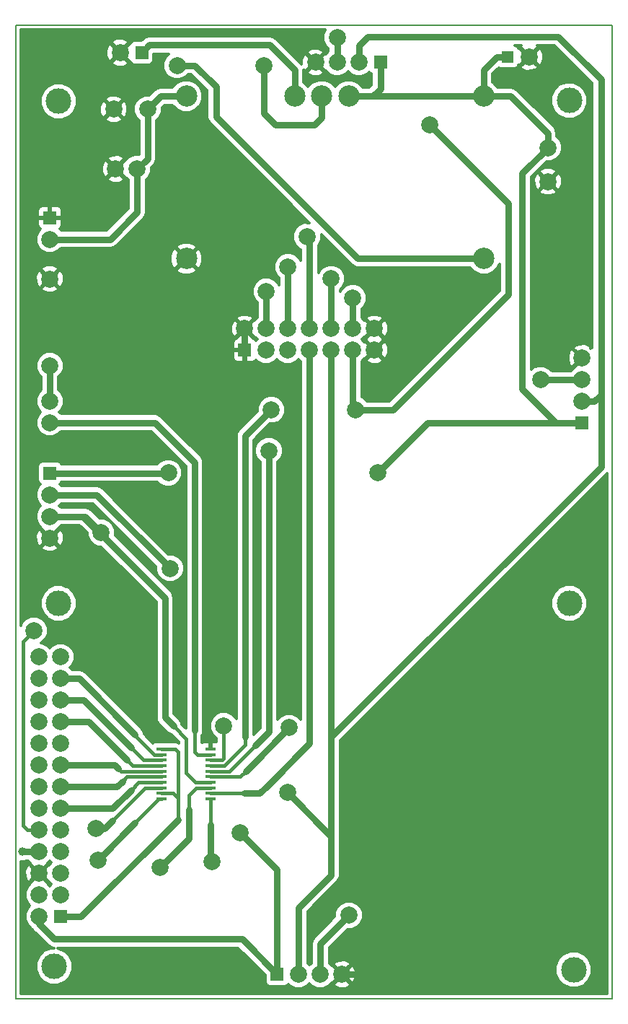
<source format=gbl>
G04 (created by PCBNEW (2013-mar-13)-testing) date Sun 29 Sep 2013 07:29:00 PM ART*
%MOIN*%
G04 Gerber Fmt 3.4, Leading zero omitted, Abs format*
%FSLAX34Y34*%
G01*
G70*
G90*
G04 APERTURE LIST*
%ADD10C,0.005906*%
%ADD11C,0.007874*%
%ADD12R,0.050000X0.015000*%
%ADD13C,0.078740*%
%ADD14C,0.098400*%
%ADD15R,0.060000X0.060000*%
%ADD16C,0.078700*%
%ADD17R,0.055000X0.055000*%
%ADD18C,0.118110*%
%ADD19C,0.039370*%
%ADD20C,0.030000*%
%ADD21C,0.015000*%
%ADD22C,0.012000*%
G04 APERTURE END LIST*
G54D10*
G54D11*
X62992Y-80905D02*
X62992Y-35925D01*
X90551Y-80905D02*
X62992Y-80905D01*
X90551Y-35925D02*
X90551Y-80905D01*
X62992Y-35925D02*
X90551Y-35925D01*
X62985Y-61864D02*
X62985Y-63045D01*
G54D12*
X69737Y-71676D03*
X69737Y-71420D03*
X69737Y-71164D03*
X69737Y-70908D03*
X69737Y-70652D03*
X69737Y-70398D03*
X69737Y-70142D03*
X69737Y-69886D03*
X69737Y-69630D03*
X69737Y-69374D03*
X71981Y-69374D03*
X71981Y-69630D03*
X71981Y-69886D03*
X71981Y-70142D03*
X71981Y-70398D03*
X71981Y-70652D03*
X71981Y-70908D03*
X71981Y-71164D03*
X71981Y-71420D03*
X71981Y-71676D03*
G54D13*
X64559Y-47659D03*
X64559Y-51659D03*
X70440Y-37795D03*
X74440Y-37795D03*
G54D14*
X70872Y-46716D03*
X84624Y-46716D03*
X84624Y-39216D03*
X70872Y-39216D03*
X75872Y-39216D03*
X77124Y-39216D03*
X78372Y-39216D03*
G54D15*
X73567Y-50947D03*
G54D13*
X73567Y-49947D03*
X74567Y-50947D03*
X74567Y-49947D03*
X75567Y-50947D03*
X75567Y-49947D03*
X76567Y-50947D03*
X76567Y-49947D03*
X77567Y-50947D03*
X77567Y-49947D03*
X78567Y-50947D03*
X78567Y-49947D03*
X79567Y-50947D03*
X79567Y-49947D03*
G54D15*
X64559Y-56624D03*
G54D13*
X64559Y-57624D03*
X64559Y-58624D03*
X64559Y-59624D03*
G54D15*
X89166Y-54309D03*
G54D13*
X89166Y-53309D03*
X89166Y-52309D03*
X89166Y-51309D03*
G54D15*
X75067Y-79777D03*
G54D13*
X76067Y-79777D03*
X77067Y-79777D03*
X78067Y-79777D03*
G54D15*
X79839Y-37651D03*
G54D13*
X78839Y-37651D03*
X77839Y-37651D03*
X76839Y-37651D03*
G54D15*
X64559Y-44829D03*
G54D13*
X64559Y-45829D03*
G54D15*
X68807Y-37204D03*
G54D13*
X67807Y-37204D03*
G54D15*
X65059Y-77116D03*
G54D13*
X64059Y-77116D03*
X65059Y-76116D03*
X64059Y-76116D03*
X65059Y-75116D03*
X64059Y-75116D03*
X65059Y-74116D03*
X64059Y-74116D03*
X65059Y-73116D03*
X64059Y-73116D03*
X65059Y-72116D03*
X64059Y-72116D03*
X65059Y-71116D03*
X64059Y-71116D03*
X65059Y-70116D03*
X64059Y-70116D03*
X65059Y-69116D03*
X64059Y-69116D03*
X65059Y-68116D03*
X64059Y-68116D03*
X65059Y-67116D03*
X64059Y-67116D03*
X65059Y-66116D03*
X64059Y-66116D03*
X65059Y-65116D03*
X64059Y-65116D03*
G54D16*
X67513Y-39817D03*
X69087Y-39817D03*
X87591Y-43163D03*
X87591Y-41589D03*
G54D13*
X64559Y-54293D03*
X64559Y-53293D03*
G54D17*
X85720Y-37401D03*
G54D13*
X86720Y-37401D03*
X68603Y-42573D03*
X67603Y-42573D03*
G54D18*
X88779Y-79566D03*
X64763Y-79409D03*
X88582Y-62637D03*
X64960Y-62637D03*
X64960Y-39448D03*
X88582Y-39409D03*
G54D13*
X79724Y-56614D03*
X70039Y-56614D03*
X73346Y-73228D03*
X76456Y-45708D03*
X66929Y-59370D03*
X77567Y-47646D03*
X87257Y-52309D03*
X75629Y-68385D03*
X78567Y-48528D03*
X74685Y-55590D03*
X78385Y-77047D03*
X77839Y-36500D03*
X82125Y-40551D03*
X78700Y-53700D03*
X74803Y-53700D03*
X70118Y-61023D03*
X72598Y-68307D03*
X75551Y-71377D03*
X74566Y-48228D03*
X72047Y-74566D03*
X63818Y-63897D03*
X66692Y-73031D03*
X75567Y-47103D03*
X69645Y-74842D03*
G54D19*
X63289Y-74116D03*
G54D13*
X66771Y-74488D03*
G54D19*
X81220Y-77834D03*
G54D20*
X82029Y-54309D02*
X89166Y-54309D01*
X79724Y-56614D02*
X82029Y-54309D01*
X70039Y-56614D02*
X70029Y-56624D01*
X73346Y-73228D02*
X73818Y-73700D01*
X75067Y-79777D02*
X75067Y-74949D01*
X75067Y-74949D02*
X73818Y-73700D01*
X73818Y-73700D02*
X73346Y-73228D01*
X64559Y-56624D02*
X70029Y-56624D01*
X70029Y-56624D02*
X70039Y-56614D01*
X86397Y-52736D02*
X86397Y-42783D01*
X86397Y-42783D02*
X87591Y-41589D01*
X89166Y-54309D02*
X87970Y-54309D01*
X87970Y-54309D02*
X86397Y-52736D01*
X84624Y-39216D02*
X85870Y-39216D01*
X87591Y-40937D02*
X87591Y-41589D01*
X85870Y-39216D02*
X87591Y-40937D01*
X85720Y-37401D02*
X85236Y-37401D01*
X84624Y-38012D02*
X84624Y-39216D01*
X85236Y-37401D02*
X84624Y-38012D01*
X84624Y-39216D02*
X78372Y-39216D01*
X79839Y-37651D02*
X79839Y-38861D01*
X79483Y-39216D02*
X78372Y-39216D01*
X79839Y-38861D02*
X79483Y-39216D01*
X64059Y-77116D02*
X64059Y-77445D01*
X73439Y-78149D02*
X75067Y-79777D01*
X64763Y-78149D02*
X73439Y-78149D01*
X64059Y-77445D02*
X64763Y-78149D01*
X69087Y-39817D02*
X69087Y-42089D01*
X69087Y-42089D02*
X68603Y-42573D01*
X70872Y-39216D02*
X69687Y-39216D01*
X69687Y-39216D02*
X69087Y-39817D01*
X64559Y-45829D02*
X67359Y-45829D01*
X67359Y-45829D02*
X68603Y-44585D01*
X68603Y-44585D02*
X68603Y-42573D01*
G54D21*
X69737Y-71420D02*
X70239Y-71420D01*
X70239Y-71420D02*
X70472Y-71653D01*
X69737Y-69374D02*
X70359Y-69374D01*
G54D20*
X65993Y-77116D02*
X70472Y-72637D01*
X65993Y-77116D02*
X65059Y-77116D01*
G54D21*
X70472Y-69488D02*
X70472Y-71653D01*
X70472Y-71653D02*
X70472Y-72637D01*
X70359Y-69374D02*
X70472Y-69488D01*
G54D20*
X76456Y-45708D02*
X76567Y-45819D01*
X76567Y-45819D02*
X76567Y-49947D01*
G54D21*
X71981Y-70908D02*
X71302Y-70908D01*
G54D20*
X66104Y-58624D02*
X67716Y-60236D01*
G54D21*
X71302Y-70908D02*
X70866Y-70472D01*
X70866Y-70472D02*
X70866Y-68897D01*
X70866Y-68897D02*
X70275Y-68307D01*
G54D20*
X69881Y-62401D02*
X67716Y-60236D01*
X69881Y-67913D02*
X70275Y-68307D01*
X69881Y-62401D02*
X69881Y-67913D01*
X66929Y-59370D02*
X66183Y-58624D01*
X66183Y-58624D02*
X64559Y-58624D01*
X66183Y-58624D02*
X64559Y-58624D01*
X64559Y-58624D02*
X66104Y-58624D01*
X66104Y-58624D02*
X66889Y-59409D01*
G54D21*
X69737Y-70908D02*
X68657Y-70908D01*
G54D20*
X67450Y-72116D02*
X68307Y-71259D01*
X67450Y-72116D02*
X65059Y-72116D01*
G54D21*
X68657Y-70908D02*
X68307Y-71259D01*
G54D20*
X77567Y-48346D02*
X77567Y-47646D01*
X89166Y-52309D02*
X87257Y-52309D01*
X73641Y-70374D02*
X73622Y-70393D01*
X75629Y-68385D02*
X73641Y-70374D01*
G54D21*
X71981Y-70652D02*
X73362Y-70652D01*
X73362Y-70652D02*
X73622Y-70393D01*
G54D20*
X77559Y-47637D02*
X77567Y-47646D01*
X77567Y-48346D02*
X77567Y-49947D01*
X87204Y-52362D02*
X87257Y-52309D01*
G54D21*
X69737Y-70652D02*
X68126Y-70652D01*
G54D20*
X67662Y-71116D02*
X67913Y-70866D01*
X67662Y-71116D02*
X65059Y-71116D01*
G54D21*
X68126Y-70652D02*
X67913Y-70866D01*
G54D20*
X78567Y-49133D02*
X78567Y-48528D01*
X74685Y-56259D02*
X74685Y-55590D01*
X77067Y-79777D02*
X77067Y-78365D01*
X77067Y-78365D02*
X78385Y-77047D01*
X74055Y-69212D02*
X74685Y-68582D01*
X78567Y-49133D02*
X78567Y-49947D01*
X78543Y-48503D02*
X78567Y-48528D01*
X74685Y-68582D02*
X74685Y-56259D01*
G54D21*
X71981Y-70398D02*
X72868Y-70398D01*
X72868Y-70398D02*
X74055Y-69212D01*
G54D20*
X77839Y-37651D02*
X77839Y-36500D01*
X85748Y-44173D02*
X82125Y-40551D01*
X85748Y-48385D02*
X85748Y-44173D01*
X80433Y-53700D02*
X85748Y-48385D01*
X78700Y-53700D02*
X80433Y-53700D01*
X77795Y-36456D02*
X77839Y-36500D01*
X73582Y-68818D02*
X73582Y-54921D01*
X78567Y-53567D02*
X78567Y-50947D01*
X78700Y-53700D02*
X78567Y-53567D01*
X73582Y-54921D02*
X74803Y-53700D01*
G54D21*
X71981Y-70142D02*
X72612Y-70142D01*
X73582Y-69173D02*
X73582Y-68818D01*
X73582Y-68818D02*
X73582Y-67598D01*
X72612Y-70142D02*
X73582Y-69173D01*
X69737Y-69630D02*
X69394Y-69630D01*
X68503Y-68740D02*
X68503Y-68700D01*
X69394Y-69630D02*
X68503Y-68740D01*
G54D20*
X65919Y-66116D02*
X68503Y-68700D01*
X65919Y-66116D02*
X65059Y-66116D01*
G54D21*
X69737Y-69886D02*
X68902Y-69886D01*
G54D20*
X66132Y-67116D02*
X65059Y-67116D01*
X66132Y-67116D02*
X68110Y-69094D01*
X68307Y-69291D02*
X68110Y-69094D01*
G54D21*
X68902Y-69886D02*
X68307Y-69291D01*
X69737Y-70398D02*
X67839Y-70398D01*
G54D20*
X67557Y-70116D02*
X67716Y-70275D01*
X67557Y-70116D02*
X65059Y-70116D01*
G54D21*
X67839Y-70398D02*
X67716Y-70275D01*
G54D20*
X69744Y-60649D02*
X70118Y-61023D01*
X77567Y-74566D02*
X77567Y-73394D01*
X77567Y-73394D02*
X75551Y-71377D01*
X75551Y-71377D02*
X77567Y-73394D01*
X77567Y-67795D02*
X77567Y-68810D01*
X77567Y-68810D02*
X77637Y-68740D01*
X77637Y-68582D02*
X77567Y-68582D01*
X77637Y-68740D02*
X77637Y-68582D01*
X90039Y-52795D02*
X90039Y-56338D01*
X90039Y-56338D02*
X77567Y-68810D01*
X77567Y-68810D02*
X77567Y-68582D01*
X78839Y-37651D02*
X78839Y-36869D01*
X89722Y-53309D02*
X89166Y-53309D01*
X90039Y-52992D02*
X89722Y-53309D01*
X90039Y-38425D02*
X90039Y-52795D01*
X90039Y-52795D02*
X90039Y-52992D01*
X88070Y-36456D02*
X90039Y-38425D01*
X79251Y-36456D02*
X88070Y-36456D01*
X78839Y-36869D02*
X79251Y-36456D01*
G54D21*
X71981Y-69886D02*
X72514Y-69886D01*
X72598Y-69803D02*
X72598Y-68307D01*
X72514Y-69886D02*
X72598Y-69803D01*
G54D20*
X64559Y-57624D02*
X66718Y-57624D01*
X66718Y-57624D02*
X69744Y-60649D01*
X77567Y-50947D02*
X77567Y-67795D01*
X77567Y-67795D02*
X77567Y-68110D01*
X77567Y-68110D02*
X77567Y-71377D01*
X77567Y-71377D02*
X77567Y-73591D01*
X77567Y-73591D02*
X77567Y-73818D01*
X77567Y-73818D02*
X77567Y-74566D01*
X77567Y-74566D02*
X77567Y-75188D01*
X77567Y-75188D02*
X76067Y-76688D01*
X76067Y-76688D02*
X76067Y-79777D01*
G54D21*
X69737Y-70142D02*
X68371Y-70142D01*
G54D20*
X66344Y-68116D02*
X68110Y-69881D01*
X66344Y-68116D02*
X65059Y-68116D01*
G54D21*
X68371Y-70142D02*
X68110Y-69881D01*
G54D20*
X74566Y-48228D02*
X74567Y-48229D01*
X71981Y-72913D02*
X71981Y-74500D01*
X71981Y-74500D02*
X72047Y-74566D01*
X72047Y-74566D02*
X71981Y-74500D01*
X71981Y-72874D02*
X71981Y-72913D01*
X71981Y-72913D02*
X71981Y-73346D01*
X71981Y-73346D02*
X71981Y-74500D01*
X71981Y-74500D02*
X72047Y-74566D01*
G54D21*
X71981Y-71676D02*
X71981Y-72874D01*
X71981Y-74500D02*
X72047Y-74566D01*
G54D20*
X72047Y-74606D02*
X72047Y-74527D01*
X72047Y-74566D02*
X72007Y-74566D01*
X72007Y-74566D02*
X72047Y-74606D01*
X74567Y-49947D02*
X74567Y-48229D01*
X74567Y-48229D02*
X74566Y-48228D01*
G54D21*
X63307Y-72913D02*
X63307Y-64409D01*
X63307Y-72913D02*
X63510Y-73116D01*
X63510Y-73116D02*
X64059Y-73116D01*
G54D20*
X67086Y-73031D02*
X66692Y-73031D01*
G54D21*
X63307Y-64409D02*
X63818Y-63897D01*
G54D20*
X67086Y-73031D02*
X67440Y-72677D01*
G54D21*
X67086Y-73031D02*
X67440Y-72677D01*
X67440Y-72677D02*
X68953Y-71164D01*
X68953Y-71164D02*
X69737Y-71164D01*
G54D20*
X75567Y-47834D02*
X75567Y-47103D01*
X70984Y-73503D02*
X69645Y-74842D01*
X70984Y-72165D02*
X70984Y-73503D01*
G54D21*
X71981Y-71164D02*
X71315Y-71164D01*
X70984Y-73503D02*
X69645Y-74842D01*
X70984Y-71496D02*
X70984Y-72165D01*
X71315Y-71164D02*
X70984Y-71496D01*
G54D20*
X75567Y-49947D02*
X75567Y-47834D01*
X75567Y-47103D02*
X75551Y-47086D01*
X64059Y-74116D02*
X63289Y-74116D01*
G54D21*
X69737Y-71676D02*
X69582Y-71676D01*
G54D20*
X66771Y-74488D02*
X68503Y-72755D01*
G54D21*
X63289Y-74116D02*
X63267Y-74094D01*
X69582Y-71676D02*
X68503Y-72755D01*
X71981Y-71420D02*
X73586Y-71420D01*
X73586Y-71420D02*
X73582Y-71417D01*
G54D20*
X74606Y-71062D02*
X74251Y-71417D01*
X76567Y-50947D02*
X76567Y-69101D01*
X76567Y-69101D02*
X74606Y-71062D01*
X74251Y-71417D02*
X73582Y-71417D01*
X73582Y-71417D02*
X73543Y-71417D01*
X78067Y-79777D02*
X79277Y-79777D01*
X79277Y-79777D02*
X81220Y-77834D01*
X73567Y-49947D02*
X73567Y-50947D01*
X74440Y-37795D02*
X74440Y-39992D01*
X74440Y-39992D02*
X74803Y-40354D01*
X76771Y-40551D02*
X75000Y-40551D01*
X75000Y-40551D02*
X74803Y-40354D01*
X77124Y-39216D02*
X77124Y-40198D01*
X77124Y-40198D02*
X76771Y-40551D01*
X70440Y-37795D02*
X71259Y-37795D01*
X72244Y-38779D02*
X72244Y-39370D01*
X71259Y-37795D02*
X72244Y-38779D01*
X78803Y-46716D02*
X84624Y-46716D01*
X72244Y-40157D02*
X78803Y-46716D01*
X72244Y-39370D02*
X72244Y-40157D01*
X75872Y-39216D02*
X75872Y-37998D01*
X69161Y-36850D02*
X68807Y-37204D01*
X74724Y-36850D02*
X69161Y-36850D01*
X75872Y-37998D02*
X74724Y-36850D01*
X64559Y-51659D02*
X64559Y-53293D01*
X64559Y-54293D02*
X69411Y-54293D01*
X71259Y-56141D02*
X71259Y-68503D01*
X69411Y-54293D02*
X71259Y-56141D01*
G54D21*
X71402Y-69630D02*
X71259Y-69488D01*
X71259Y-69488D02*
X71259Y-68503D01*
X71981Y-69630D02*
X71402Y-69630D01*
G54D10*
G36*
X79429Y-38691D02*
X79314Y-38806D01*
X79314Y-38806D01*
X79017Y-38806D01*
X79010Y-38791D01*
X78799Y-38579D01*
X78523Y-38465D01*
X78223Y-38464D01*
X77947Y-38579D01*
X77748Y-38777D01*
X77551Y-38579D01*
X77275Y-38465D01*
X77235Y-38465D01*
X77235Y-38104D01*
X76839Y-37708D01*
X76443Y-38104D01*
X76480Y-38213D01*
X76722Y-38308D01*
X76982Y-38302D01*
X77198Y-38213D01*
X77235Y-38104D01*
X77235Y-38465D01*
X76975Y-38464D01*
X76699Y-38579D01*
X76498Y-38779D01*
X76299Y-38579D01*
X76282Y-38572D01*
X76282Y-38012D01*
X76386Y-38048D01*
X76782Y-37651D01*
X76386Y-37255D01*
X76277Y-37293D01*
X76183Y-37535D01*
X76187Y-37745D01*
X76162Y-37708D01*
X75014Y-36560D01*
X74881Y-36471D01*
X74724Y-36440D01*
X69161Y-36440D01*
X69004Y-36471D01*
X68871Y-36560D01*
X68787Y-36644D01*
X68455Y-36644D01*
X68359Y-36684D01*
X68286Y-36757D01*
X68264Y-36810D01*
X68259Y-36808D01*
X68203Y-36865D01*
X68203Y-36752D01*
X68165Y-36642D01*
X67923Y-36548D01*
X67663Y-36553D01*
X67448Y-36642D01*
X67410Y-36752D01*
X67807Y-37148D01*
X68203Y-36752D01*
X68203Y-36865D01*
X67863Y-37204D01*
X68259Y-37600D01*
X68264Y-37599D01*
X68286Y-37652D01*
X68359Y-37725D01*
X68455Y-37764D01*
X68558Y-37764D01*
X69158Y-37764D01*
X69254Y-37725D01*
X69327Y-37652D01*
X69367Y-37556D01*
X69367Y-37453D01*
X69367Y-37260D01*
X70051Y-37260D01*
X69887Y-37424D01*
X69787Y-37664D01*
X69787Y-37924D01*
X69886Y-38165D01*
X70070Y-38349D01*
X70310Y-38448D01*
X70570Y-38449D01*
X70810Y-38349D01*
X70955Y-38205D01*
X71090Y-38205D01*
X71834Y-38949D01*
X71834Y-39370D01*
X71834Y-40157D01*
X71865Y-40314D01*
X71954Y-40447D01*
X76561Y-45055D01*
X76327Y-45054D01*
X76086Y-45154D01*
X75902Y-45337D01*
X75803Y-45578D01*
X75802Y-45838D01*
X75902Y-46078D01*
X76085Y-46262D01*
X76157Y-46292D01*
X76157Y-46819D01*
X76122Y-46733D01*
X75938Y-46549D01*
X75698Y-46449D01*
X75438Y-46449D01*
X75197Y-46548D01*
X75013Y-46732D01*
X74914Y-46972D01*
X74913Y-47232D01*
X75013Y-47472D01*
X75157Y-47617D01*
X75157Y-47834D01*
X75157Y-47946D01*
X75121Y-47858D01*
X74937Y-47674D01*
X74697Y-47574D01*
X74437Y-47574D01*
X74197Y-47673D01*
X74013Y-47857D01*
X73913Y-48097D01*
X73913Y-48357D01*
X74012Y-48598D01*
X74157Y-48743D01*
X74157Y-49432D01*
X74034Y-49555D01*
X74020Y-49551D01*
X73963Y-49607D01*
X73963Y-49494D01*
X73926Y-49385D01*
X73684Y-49290D01*
X73424Y-49296D01*
X73209Y-49385D01*
X73171Y-49494D01*
X73567Y-49890D01*
X73963Y-49494D01*
X73963Y-49607D01*
X73624Y-49947D01*
X74020Y-50343D01*
X74034Y-50338D01*
X74143Y-50447D01*
X74088Y-50501D01*
X74088Y-50499D01*
X74014Y-50426D01*
X73962Y-50404D01*
X73963Y-50399D01*
X73567Y-50003D01*
X73511Y-50060D01*
X73511Y-49947D01*
X73115Y-49551D01*
X73005Y-49588D01*
X72911Y-49830D01*
X72916Y-50090D01*
X73005Y-50305D01*
X73115Y-50343D01*
X73511Y-49947D01*
X73511Y-50060D01*
X73171Y-50399D01*
X73173Y-50404D01*
X73120Y-50426D01*
X73047Y-50499D01*
X73007Y-50595D01*
X73007Y-50698D01*
X73007Y-50842D01*
X73072Y-50907D01*
X73527Y-50907D01*
X73527Y-50899D01*
X73607Y-50899D01*
X73607Y-50907D01*
X73615Y-50907D01*
X73615Y-50987D01*
X73607Y-50987D01*
X73607Y-51442D01*
X73672Y-51507D01*
X73919Y-51507D01*
X74014Y-51467D01*
X74088Y-51394D01*
X74088Y-51392D01*
X74196Y-51501D01*
X74437Y-51600D01*
X74697Y-51601D01*
X74937Y-51501D01*
X75067Y-51371D01*
X75196Y-51501D01*
X75437Y-51600D01*
X75697Y-51601D01*
X75937Y-51501D01*
X76067Y-51371D01*
X76157Y-51461D01*
X76157Y-67989D01*
X76000Y-67831D01*
X75760Y-67732D01*
X75500Y-67732D01*
X75260Y-67831D01*
X75095Y-67996D01*
X75095Y-56259D01*
X75095Y-56104D01*
X75238Y-55961D01*
X75338Y-55721D01*
X75338Y-55461D01*
X75239Y-55220D01*
X75055Y-55036D01*
X74815Y-54936D01*
X74555Y-54936D01*
X74315Y-55036D01*
X74131Y-55219D01*
X74031Y-55459D01*
X74031Y-55720D01*
X74130Y-55960D01*
X74275Y-56105D01*
X74275Y-56259D01*
X74275Y-68412D01*
X73992Y-68695D01*
X73992Y-55091D01*
X74729Y-54354D01*
X74932Y-54354D01*
X75172Y-54255D01*
X75357Y-54071D01*
X75456Y-53831D01*
X75456Y-53571D01*
X75357Y-53330D01*
X75173Y-53146D01*
X74933Y-53047D01*
X74673Y-53046D01*
X74433Y-53146D01*
X74249Y-53330D01*
X74149Y-53570D01*
X74149Y-53774D01*
X73527Y-54396D01*
X73527Y-51442D01*
X73527Y-50987D01*
X73072Y-50987D01*
X73007Y-51052D01*
X73007Y-51195D01*
X73007Y-51298D01*
X73047Y-51394D01*
X73120Y-51467D01*
X73215Y-51507D01*
X73462Y-51507D01*
X73527Y-51442D01*
X73527Y-54396D01*
X73292Y-54631D01*
X73203Y-54764D01*
X73172Y-54921D01*
X73172Y-67985D01*
X73152Y-67937D01*
X72969Y-67753D01*
X72729Y-67653D01*
X72468Y-67653D01*
X72228Y-67752D01*
X72044Y-67936D01*
X71944Y-68176D01*
X71944Y-68436D01*
X72043Y-68676D01*
X72227Y-68860D01*
X72263Y-68875D01*
X72263Y-69039D01*
X72179Y-69039D01*
X72086Y-69039D01*
X72021Y-69104D01*
X72021Y-69295D01*
X71981Y-69295D01*
X71941Y-69295D01*
X71941Y-69104D01*
X71876Y-69039D01*
X71782Y-69039D01*
X71679Y-69039D01*
X71594Y-69074D01*
X71594Y-68726D01*
X71638Y-68660D01*
X71669Y-68503D01*
X71669Y-56141D01*
X71638Y-55984D01*
X71638Y-55984D01*
X71626Y-55966D01*
X71626Y-46856D01*
X71624Y-46722D01*
X71624Y-39068D01*
X71510Y-38791D01*
X71299Y-38579D01*
X71023Y-38465D01*
X70723Y-38464D01*
X70447Y-38579D01*
X70235Y-38790D01*
X70228Y-38806D01*
X69687Y-38806D01*
X69530Y-38838D01*
X69397Y-38927D01*
X69160Y-39163D01*
X68957Y-39163D01*
X68717Y-39262D01*
X68533Y-39446D01*
X68433Y-39686D01*
X68433Y-39946D01*
X68532Y-40187D01*
X68677Y-40331D01*
X68677Y-41919D01*
X68676Y-41919D01*
X68473Y-41919D01*
X68233Y-42018D01*
X68203Y-42048D01*
X68203Y-37657D01*
X67807Y-37261D01*
X67750Y-37317D01*
X67750Y-37204D01*
X67354Y-36808D01*
X67245Y-36846D01*
X67150Y-37088D01*
X67156Y-37348D01*
X67245Y-37563D01*
X67354Y-37600D01*
X67750Y-37204D01*
X67750Y-37317D01*
X67410Y-37657D01*
X67448Y-37766D01*
X67690Y-37860D01*
X67950Y-37855D01*
X68165Y-37766D01*
X68203Y-37657D01*
X68203Y-42048D01*
X68169Y-42082D01*
X68169Y-39933D01*
X68163Y-39673D01*
X68074Y-39458D01*
X67965Y-39421D01*
X67908Y-39477D01*
X67908Y-39364D01*
X67871Y-39255D01*
X67629Y-39161D01*
X67369Y-39166D01*
X67154Y-39255D01*
X67117Y-39364D01*
X67513Y-39760D01*
X67908Y-39364D01*
X67908Y-39477D01*
X67569Y-39817D01*
X67965Y-40213D01*
X68074Y-40175D01*
X68169Y-39933D01*
X68169Y-42082D01*
X68069Y-42181D01*
X68055Y-42177D01*
X67999Y-42233D01*
X67999Y-42120D01*
X67961Y-42011D01*
X67908Y-41990D01*
X67908Y-40269D01*
X67513Y-39873D01*
X67456Y-39930D01*
X67456Y-39817D01*
X67060Y-39421D01*
X66951Y-39458D01*
X66856Y-39700D01*
X66862Y-39960D01*
X66951Y-40175D01*
X67060Y-40213D01*
X67456Y-39817D01*
X67456Y-39930D01*
X67117Y-40269D01*
X67154Y-40378D01*
X67396Y-40473D01*
X67656Y-40467D01*
X67871Y-40378D01*
X67908Y-40269D01*
X67908Y-41990D01*
X67719Y-41916D01*
X67459Y-41922D01*
X67244Y-42011D01*
X67207Y-42120D01*
X67603Y-42516D01*
X67999Y-42120D01*
X67999Y-42233D01*
X67659Y-42573D01*
X68055Y-42969D01*
X68070Y-42964D01*
X68193Y-43087D01*
X68193Y-44415D01*
X67999Y-44609D01*
X67999Y-43025D01*
X67603Y-42629D01*
X67546Y-42686D01*
X67546Y-42573D01*
X67150Y-42177D01*
X67041Y-42214D01*
X66946Y-42456D01*
X66952Y-42716D01*
X67041Y-42931D01*
X67150Y-42969D01*
X67546Y-42573D01*
X67546Y-42686D01*
X67207Y-43025D01*
X67244Y-43134D01*
X67486Y-43229D01*
X67746Y-43224D01*
X67961Y-43134D01*
X67999Y-43025D01*
X67999Y-44609D01*
X67190Y-45419D01*
X65811Y-45419D01*
X65811Y-39280D01*
X65682Y-38967D01*
X65443Y-38728D01*
X65130Y-38598D01*
X64792Y-38598D01*
X64479Y-38727D01*
X64239Y-38966D01*
X64110Y-39278D01*
X64109Y-39617D01*
X64239Y-39929D01*
X64478Y-40169D01*
X64790Y-40299D01*
X65129Y-40299D01*
X65441Y-40170D01*
X65681Y-39931D01*
X65811Y-39618D01*
X65811Y-39280D01*
X65811Y-45419D01*
X65074Y-45419D01*
X65005Y-45350D01*
X65007Y-45349D01*
X65080Y-45276D01*
X65119Y-45180D01*
X65119Y-44934D01*
X65119Y-44724D01*
X65119Y-44477D01*
X65080Y-44381D01*
X65007Y-44308D01*
X64911Y-44269D01*
X64808Y-44269D01*
X64664Y-44269D01*
X64599Y-44334D01*
X64599Y-44789D01*
X65054Y-44789D01*
X65119Y-44724D01*
X65119Y-44934D01*
X65054Y-44869D01*
X64599Y-44869D01*
X64599Y-44877D01*
X64519Y-44877D01*
X64519Y-44869D01*
X64519Y-44789D01*
X64519Y-44334D01*
X64454Y-44269D01*
X64311Y-44269D01*
X64208Y-44269D01*
X64112Y-44308D01*
X64039Y-44381D01*
X63999Y-44477D01*
X63999Y-44724D01*
X64064Y-44789D01*
X64519Y-44789D01*
X64519Y-44869D01*
X64064Y-44869D01*
X63999Y-44934D01*
X63999Y-45180D01*
X64039Y-45276D01*
X64112Y-45349D01*
X64114Y-45350D01*
X64005Y-45458D01*
X63906Y-45698D01*
X63906Y-45958D01*
X64005Y-46198D01*
X64189Y-46382D01*
X64429Y-46482D01*
X64689Y-46482D01*
X64929Y-46383D01*
X65074Y-46239D01*
X67359Y-46239D01*
X67516Y-46207D01*
X67516Y-46207D01*
X67649Y-46119D01*
X68893Y-44875D01*
X68981Y-44742D01*
X68981Y-44742D01*
X69013Y-44585D01*
X69013Y-43087D01*
X69157Y-42944D01*
X69256Y-42703D01*
X69256Y-42499D01*
X69376Y-42379D01*
X69465Y-42246D01*
X69465Y-42246D01*
X69497Y-42089D01*
X69497Y-40331D01*
X69640Y-40187D01*
X69740Y-39947D01*
X69740Y-39743D01*
X69857Y-39626D01*
X70228Y-39626D01*
X70234Y-39642D01*
X70446Y-39854D01*
X70722Y-39968D01*
X71021Y-39969D01*
X71298Y-39854D01*
X71509Y-39643D01*
X71624Y-39367D01*
X71624Y-39068D01*
X71624Y-46722D01*
X71622Y-46557D01*
X71515Y-46299D01*
X71396Y-46249D01*
X71339Y-46306D01*
X71339Y-46193D01*
X71290Y-46073D01*
X71012Y-45963D01*
X70713Y-45966D01*
X70455Y-46073D01*
X70405Y-46193D01*
X70872Y-46660D01*
X71339Y-46193D01*
X71339Y-46306D01*
X70929Y-46716D01*
X71396Y-47184D01*
X71515Y-47134D01*
X71626Y-46856D01*
X71626Y-55966D01*
X71549Y-55851D01*
X71339Y-55641D01*
X71339Y-47240D01*
X70872Y-46773D01*
X70816Y-46830D01*
X70816Y-46716D01*
X70349Y-46249D01*
X70229Y-46299D01*
X70118Y-46577D01*
X70122Y-46876D01*
X70229Y-47134D01*
X70349Y-47184D01*
X70816Y-46716D01*
X70816Y-46830D01*
X70405Y-47240D01*
X70455Y-47359D01*
X70732Y-47470D01*
X71032Y-47466D01*
X71290Y-47359D01*
X71339Y-47240D01*
X71339Y-55641D01*
X69701Y-54003D01*
X69568Y-53914D01*
X69411Y-53883D01*
X65216Y-53883D01*
X65216Y-47776D01*
X65210Y-47516D01*
X65121Y-47301D01*
X65012Y-47263D01*
X64955Y-47320D01*
X64955Y-47207D01*
X64918Y-47098D01*
X64676Y-47003D01*
X64416Y-47008D01*
X64201Y-47098D01*
X64163Y-47207D01*
X64559Y-47603D01*
X64955Y-47207D01*
X64955Y-47320D01*
X64616Y-47659D01*
X65012Y-48055D01*
X65121Y-48018D01*
X65216Y-47776D01*
X65216Y-53883D01*
X65074Y-53883D01*
X64984Y-53793D01*
X65113Y-53664D01*
X65213Y-53424D01*
X65213Y-53164D01*
X65114Y-52923D01*
X64969Y-52779D01*
X64969Y-52174D01*
X65113Y-52030D01*
X65213Y-51790D01*
X65213Y-51530D01*
X65114Y-51290D01*
X64955Y-51131D01*
X64955Y-48112D01*
X64559Y-47716D01*
X64503Y-47772D01*
X64503Y-47659D01*
X64107Y-47263D01*
X63998Y-47301D01*
X63903Y-47543D01*
X63908Y-47803D01*
X63998Y-48018D01*
X64107Y-48055D01*
X64503Y-47659D01*
X64503Y-47772D01*
X64163Y-48112D01*
X64201Y-48221D01*
X64443Y-48316D01*
X64703Y-48310D01*
X64918Y-48221D01*
X64955Y-48112D01*
X64955Y-51131D01*
X64930Y-51105D01*
X64690Y-51006D01*
X64430Y-51006D01*
X64190Y-51105D01*
X64005Y-51289D01*
X63906Y-51529D01*
X63906Y-51789D01*
X64005Y-52029D01*
X64149Y-52174D01*
X64149Y-52779D01*
X64005Y-52922D01*
X63906Y-53163D01*
X63906Y-53423D01*
X64005Y-53663D01*
X64135Y-53793D01*
X64005Y-53922D01*
X63906Y-54163D01*
X63906Y-54423D01*
X64005Y-54663D01*
X64189Y-54847D01*
X64429Y-54947D01*
X64689Y-54947D01*
X64929Y-54848D01*
X65074Y-54703D01*
X69241Y-54703D01*
X70849Y-56311D01*
X70849Y-68407D01*
X70669Y-68227D01*
X70654Y-68150D01*
X70565Y-68017D01*
X70291Y-67743D01*
X70291Y-62401D01*
X70260Y-62244D01*
X70260Y-62244D01*
X70171Y-62111D01*
X68006Y-59946D01*
X67576Y-59516D01*
X67582Y-59500D01*
X67582Y-59240D01*
X67483Y-59000D01*
X67299Y-58816D01*
X67059Y-58716D01*
X66855Y-58716D01*
X66473Y-58334D01*
X66340Y-58245D01*
X66183Y-58214D01*
X66104Y-58214D01*
X65074Y-58214D01*
X64984Y-58124D01*
X65074Y-58034D01*
X66549Y-58034D01*
X69454Y-60939D01*
X69464Y-60949D01*
X69464Y-61153D01*
X69563Y-61393D01*
X69747Y-61577D01*
X69987Y-61677D01*
X70247Y-61677D01*
X70487Y-61578D01*
X70671Y-61394D01*
X70771Y-61154D01*
X70771Y-60894D01*
X70672Y-60653D01*
X70488Y-60469D01*
X70248Y-60370D01*
X70044Y-60369D01*
X70034Y-60359D01*
X67008Y-57334D01*
X66875Y-57245D01*
X66718Y-57214D01*
X65074Y-57214D01*
X65005Y-57145D01*
X65007Y-57144D01*
X65080Y-57071D01*
X65095Y-57034D01*
X69535Y-57034D01*
X69668Y-57168D01*
X69908Y-57267D01*
X70168Y-57267D01*
X70409Y-57168D01*
X70593Y-56984D01*
X70692Y-56744D01*
X70693Y-56484D01*
X70593Y-56244D01*
X70410Y-56060D01*
X70169Y-55960D01*
X69909Y-55960D01*
X69669Y-56059D01*
X69514Y-56214D01*
X65095Y-56214D01*
X65080Y-56177D01*
X65007Y-56103D01*
X64911Y-56064D01*
X64808Y-56064D01*
X64208Y-56064D01*
X64112Y-56103D01*
X64039Y-56177D01*
X63999Y-56272D01*
X63999Y-56376D01*
X63999Y-56976D01*
X64039Y-57071D01*
X64112Y-57144D01*
X64114Y-57145D01*
X64005Y-57253D01*
X63906Y-57493D01*
X63906Y-57753D01*
X64005Y-57994D01*
X64135Y-58124D01*
X64005Y-58253D01*
X63906Y-58493D01*
X63906Y-58753D01*
X64005Y-58994D01*
X64168Y-59157D01*
X64163Y-59171D01*
X64559Y-59567D01*
X64955Y-59171D01*
X64951Y-59157D01*
X65074Y-59034D01*
X65934Y-59034D01*
X66275Y-59374D01*
X66275Y-59499D01*
X66374Y-59739D01*
X66558Y-59923D01*
X66798Y-60023D01*
X66924Y-60023D01*
X67426Y-60526D01*
X69471Y-62571D01*
X69471Y-67913D01*
X69503Y-68070D01*
X69591Y-68203D01*
X69985Y-68597D01*
X70118Y-68685D01*
X70195Y-68701D01*
X70531Y-69036D01*
X70531Y-69094D01*
X70487Y-69065D01*
X70359Y-69039D01*
X70038Y-69039D01*
X69935Y-69039D01*
X69737Y-69039D01*
X69435Y-69039D01*
X69339Y-69079D01*
X69328Y-69090D01*
X68907Y-68670D01*
X68882Y-68543D01*
X68793Y-68410D01*
X66209Y-65826D01*
X66076Y-65737D01*
X65919Y-65706D01*
X65811Y-65706D01*
X65811Y-62469D01*
X65682Y-62156D01*
X65443Y-61917D01*
X65216Y-61822D01*
X65216Y-59740D01*
X65210Y-59480D01*
X65121Y-59265D01*
X65012Y-59228D01*
X64616Y-59624D01*
X65012Y-60020D01*
X65121Y-59983D01*
X65216Y-59740D01*
X65216Y-61822D01*
X65130Y-61787D01*
X64955Y-61787D01*
X64955Y-60077D01*
X64559Y-59680D01*
X64503Y-59737D01*
X64503Y-59624D01*
X64107Y-59228D01*
X63998Y-59265D01*
X63903Y-59507D01*
X63908Y-59767D01*
X63998Y-59983D01*
X64107Y-60020D01*
X64503Y-59624D01*
X64503Y-59737D01*
X64163Y-60077D01*
X64201Y-60186D01*
X64443Y-60280D01*
X64703Y-60275D01*
X64918Y-60186D01*
X64955Y-60077D01*
X64955Y-61787D01*
X64792Y-61787D01*
X64479Y-61916D01*
X64239Y-62155D01*
X64110Y-62467D01*
X64109Y-62806D01*
X64239Y-63118D01*
X64478Y-63358D01*
X64790Y-63488D01*
X65129Y-63488D01*
X65441Y-63359D01*
X65681Y-63120D01*
X65811Y-62807D01*
X65811Y-62469D01*
X65811Y-65706D01*
X65574Y-65706D01*
X65484Y-65616D01*
X65613Y-65487D01*
X65713Y-65247D01*
X65713Y-64987D01*
X65614Y-64746D01*
X65430Y-64562D01*
X65190Y-64462D01*
X64930Y-64462D01*
X64690Y-64562D01*
X64559Y-64692D01*
X64430Y-64562D01*
X64190Y-64462D01*
X64162Y-64462D01*
X64188Y-64452D01*
X64372Y-64268D01*
X64472Y-64028D01*
X64472Y-63768D01*
X64373Y-63527D01*
X64189Y-63343D01*
X63949Y-63244D01*
X63689Y-63243D01*
X63449Y-63343D01*
X63265Y-63526D01*
X63211Y-63655D01*
X63211Y-36144D01*
X77279Y-36144D01*
X77185Y-36370D01*
X77185Y-36630D01*
X77284Y-36870D01*
X77429Y-37015D01*
X77429Y-37137D01*
X77306Y-37260D01*
X77292Y-37255D01*
X77235Y-37312D01*
X77235Y-37199D01*
X77198Y-37090D01*
X76955Y-36995D01*
X76695Y-37001D01*
X76480Y-37090D01*
X76443Y-37199D01*
X76839Y-37595D01*
X77235Y-37199D01*
X77235Y-37312D01*
X76895Y-37651D01*
X77292Y-38048D01*
X77306Y-38043D01*
X77468Y-38205D01*
X77708Y-38305D01*
X77968Y-38305D01*
X78209Y-38206D01*
X78339Y-38076D01*
X78468Y-38205D01*
X78708Y-38305D01*
X78968Y-38305D01*
X79209Y-38206D01*
X79318Y-38097D01*
X79318Y-38099D01*
X79392Y-38172D01*
X79429Y-38187D01*
X79429Y-38691D01*
X79429Y-38691D01*
G37*
G54D22*
X79429Y-38691D02*
X79314Y-38806D01*
X79314Y-38806D01*
X79017Y-38806D01*
X79010Y-38791D01*
X78799Y-38579D01*
X78523Y-38465D01*
X78223Y-38464D01*
X77947Y-38579D01*
X77748Y-38777D01*
X77551Y-38579D01*
X77275Y-38465D01*
X77235Y-38465D01*
X77235Y-38104D01*
X76839Y-37708D01*
X76443Y-38104D01*
X76480Y-38213D01*
X76722Y-38308D01*
X76982Y-38302D01*
X77198Y-38213D01*
X77235Y-38104D01*
X77235Y-38465D01*
X76975Y-38464D01*
X76699Y-38579D01*
X76498Y-38779D01*
X76299Y-38579D01*
X76282Y-38572D01*
X76282Y-38012D01*
X76386Y-38048D01*
X76782Y-37651D01*
X76386Y-37255D01*
X76277Y-37293D01*
X76183Y-37535D01*
X76187Y-37745D01*
X76162Y-37708D01*
X75014Y-36560D01*
X74881Y-36471D01*
X74724Y-36440D01*
X69161Y-36440D01*
X69004Y-36471D01*
X68871Y-36560D01*
X68787Y-36644D01*
X68455Y-36644D01*
X68359Y-36684D01*
X68286Y-36757D01*
X68264Y-36810D01*
X68259Y-36808D01*
X68203Y-36865D01*
X68203Y-36752D01*
X68165Y-36642D01*
X67923Y-36548D01*
X67663Y-36553D01*
X67448Y-36642D01*
X67410Y-36752D01*
X67807Y-37148D01*
X68203Y-36752D01*
X68203Y-36865D01*
X67863Y-37204D01*
X68259Y-37600D01*
X68264Y-37599D01*
X68286Y-37652D01*
X68359Y-37725D01*
X68455Y-37764D01*
X68558Y-37764D01*
X69158Y-37764D01*
X69254Y-37725D01*
X69327Y-37652D01*
X69367Y-37556D01*
X69367Y-37453D01*
X69367Y-37260D01*
X70051Y-37260D01*
X69887Y-37424D01*
X69787Y-37664D01*
X69787Y-37924D01*
X69886Y-38165D01*
X70070Y-38349D01*
X70310Y-38448D01*
X70570Y-38449D01*
X70810Y-38349D01*
X70955Y-38205D01*
X71090Y-38205D01*
X71834Y-38949D01*
X71834Y-39370D01*
X71834Y-40157D01*
X71865Y-40314D01*
X71954Y-40447D01*
X76561Y-45055D01*
X76327Y-45054D01*
X76086Y-45154D01*
X75902Y-45337D01*
X75803Y-45578D01*
X75802Y-45838D01*
X75902Y-46078D01*
X76085Y-46262D01*
X76157Y-46292D01*
X76157Y-46819D01*
X76122Y-46733D01*
X75938Y-46549D01*
X75698Y-46449D01*
X75438Y-46449D01*
X75197Y-46548D01*
X75013Y-46732D01*
X74914Y-46972D01*
X74913Y-47232D01*
X75013Y-47472D01*
X75157Y-47617D01*
X75157Y-47834D01*
X75157Y-47946D01*
X75121Y-47858D01*
X74937Y-47674D01*
X74697Y-47574D01*
X74437Y-47574D01*
X74197Y-47673D01*
X74013Y-47857D01*
X73913Y-48097D01*
X73913Y-48357D01*
X74012Y-48598D01*
X74157Y-48743D01*
X74157Y-49432D01*
X74034Y-49555D01*
X74020Y-49551D01*
X73963Y-49607D01*
X73963Y-49494D01*
X73926Y-49385D01*
X73684Y-49290D01*
X73424Y-49296D01*
X73209Y-49385D01*
X73171Y-49494D01*
X73567Y-49890D01*
X73963Y-49494D01*
X73963Y-49607D01*
X73624Y-49947D01*
X74020Y-50343D01*
X74034Y-50338D01*
X74143Y-50447D01*
X74088Y-50501D01*
X74088Y-50499D01*
X74014Y-50426D01*
X73962Y-50404D01*
X73963Y-50399D01*
X73567Y-50003D01*
X73511Y-50060D01*
X73511Y-49947D01*
X73115Y-49551D01*
X73005Y-49588D01*
X72911Y-49830D01*
X72916Y-50090D01*
X73005Y-50305D01*
X73115Y-50343D01*
X73511Y-49947D01*
X73511Y-50060D01*
X73171Y-50399D01*
X73173Y-50404D01*
X73120Y-50426D01*
X73047Y-50499D01*
X73007Y-50595D01*
X73007Y-50698D01*
X73007Y-50842D01*
X73072Y-50907D01*
X73527Y-50907D01*
X73527Y-50899D01*
X73607Y-50899D01*
X73607Y-50907D01*
X73615Y-50907D01*
X73615Y-50987D01*
X73607Y-50987D01*
X73607Y-51442D01*
X73672Y-51507D01*
X73919Y-51507D01*
X74014Y-51467D01*
X74088Y-51394D01*
X74088Y-51392D01*
X74196Y-51501D01*
X74437Y-51600D01*
X74697Y-51601D01*
X74937Y-51501D01*
X75067Y-51371D01*
X75196Y-51501D01*
X75437Y-51600D01*
X75697Y-51601D01*
X75937Y-51501D01*
X76067Y-51371D01*
X76157Y-51461D01*
X76157Y-67989D01*
X76000Y-67831D01*
X75760Y-67732D01*
X75500Y-67732D01*
X75260Y-67831D01*
X75095Y-67996D01*
X75095Y-56259D01*
X75095Y-56104D01*
X75238Y-55961D01*
X75338Y-55721D01*
X75338Y-55461D01*
X75239Y-55220D01*
X75055Y-55036D01*
X74815Y-54936D01*
X74555Y-54936D01*
X74315Y-55036D01*
X74131Y-55219D01*
X74031Y-55459D01*
X74031Y-55720D01*
X74130Y-55960D01*
X74275Y-56105D01*
X74275Y-56259D01*
X74275Y-68412D01*
X73992Y-68695D01*
X73992Y-55091D01*
X74729Y-54354D01*
X74932Y-54354D01*
X75172Y-54255D01*
X75357Y-54071D01*
X75456Y-53831D01*
X75456Y-53571D01*
X75357Y-53330D01*
X75173Y-53146D01*
X74933Y-53047D01*
X74673Y-53046D01*
X74433Y-53146D01*
X74249Y-53330D01*
X74149Y-53570D01*
X74149Y-53774D01*
X73527Y-54396D01*
X73527Y-51442D01*
X73527Y-50987D01*
X73072Y-50987D01*
X73007Y-51052D01*
X73007Y-51195D01*
X73007Y-51298D01*
X73047Y-51394D01*
X73120Y-51467D01*
X73215Y-51507D01*
X73462Y-51507D01*
X73527Y-51442D01*
X73527Y-54396D01*
X73292Y-54631D01*
X73203Y-54764D01*
X73172Y-54921D01*
X73172Y-67985D01*
X73152Y-67937D01*
X72969Y-67753D01*
X72729Y-67653D01*
X72468Y-67653D01*
X72228Y-67752D01*
X72044Y-67936D01*
X71944Y-68176D01*
X71944Y-68436D01*
X72043Y-68676D01*
X72227Y-68860D01*
X72263Y-68875D01*
X72263Y-69039D01*
X72179Y-69039D01*
X72086Y-69039D01*
X72021Y-69104D01*
X72021Y-69295D01*
X71981Y-69295D01*
X71941Y-69295D01*
X71941Y-69104D01*
X71876Y-69039D01*
X71782Y-69039D01*
X71679Y-69039D01*
X71594Y-69074D01*
X71594Y-68726D01*
X71638Y-68660D01*
X71669Y-68503D01*
X71669Y-56141D01*
X71638Y-55984D01*
X71638Y-55984D01*
X71626Y-55966D01*
X71626Y-46856D01*
X71624Y-46722D01*
X71624Y-39068D01*
X71510Y-38791D01*
X71299Y-38579D01*
X71023Y-38465D01*
X70723Y-38464D01*
X70447Y-38579D01*
X70235Y-38790D01*
X70228Y-38806D01*
X69687Y-38806D01*
X69530Y-38838D01*
X69397Y-38927D01*
X69160Y-39163D01*
X68957Y-39163D01*
X68717Y-39262D01*
X68533Y-39446D01*
X68433Y-39686D01*
X68433Y-39946D01*
X68532Y-40187D01*
X68677Y-40331D01*
X68677Y-41919D01*
X68676Y-41919D01*
X68473Y-41919D01*
X68233Y-42018D01*
X68203Y-42048D01*
X68203Y-37657D01*
X67807Y-37261D01*
X67750Y-37317D01*
X67750Y-37204D01*
X67354Y-36808D01*
X67245Y-36846D01*
X67150Y-37088D01*
X67156Y-37348D01*
X67245Y-37563D01*
X67354Y-37600D01*
X67750Y-37204D01*
X67750Y-37317D01*
X67410Y-37657D01*
X67448Y-37766D01*
X67690Y-37860D01*
X67950Y-37855D01*
X68165Y-37766D01*
X68203Y-37657D01*
X68203Y-42048D01*
X68169Y-42082D01*
X68169Y-39933D01*
X68163Y-39673D01*
X68074Y-39458D01*
X67965Y-39421D01*
X67908Y-39477D01*
X67908Y-39364D01*
X67871Y-39255D01*
X67629Y-39161D01*
X67369Y-39166D01*
X67154Y-39255D01*
X67117Y-39364D01*
X67513Y-39760D01*
X67908Y-39364D01*
X67908Y-39477D01*
X67569Y-39817D01*
X67965Y-40213D01*
X68074Y-40175D01*
X68169Y-39933D01*
X68169Y-42082D01*
X68069Y-42181D01*
X68055Y-42177D01*
X67999Y-42233D01*
X67999Y-42120D01*
X67961Y-42011D01*
X67908Y-41990D01*
X67908Y-40269D01*
X67513Y-39873D01*
X67456Y-39930D01*
X67456Y-39817D01*
X67060Y-39421D01*
X66951Y-39458D01*
X66856Y-39700D01*
X66862Y-39960D01*
X66951Y-40175D01*
X67060Y-40213D01*
X67456Y-39817D01*
X67456Y-39930D01*
X67117Y-40269D01*
X67154Y-40378D01*
X67396Y-40473D01*
X67656Y-40467D01*
X67871Y-40378D01*
X67908Y-40269D01*
X67908Y-41990D01*
X67719Y-41916D01*
X67459Y-41922D01*
X67244Y-42011D01*
X67207Y-42120D01*
X67603Y-42516D01*
X67999Y-42120D01*
X67999Y-42233D01*
X67659Y-42573D01*
X68055Y-42969D01*
X68070Y-42964D01*
X68193Y-43087D01*
X68193Y-44415D01*
X67999Y-44609D01*
X67999Y-43025D01*
X67603Y-42629D01*
X67546Y-42686D01*
X67546Y-42573D01*
X67150Y-42177D01*
X67041Y-42214D01*
X66946Y-42456D01*
X66952Y-42716D01*
X67041Y-42931D01*
X67150Y-42969D01*
X67546Y-42573D01*
X67546Y-42686D01*
X67207Y-43025D01*
X67244Y-43134D01*
X67486Y-43229D01*
X67746Y-43224D01*
X67961Y-43134D01*
X67999Y-43025D01*
X67999Y-44609D01*
X67190Y-45419D01*
X65811Y-45419D01*
X65811Y-39280D01*
X65682Y-38967D01*
X65443Y-38728D01*
X65130Y-38598D01*
X64792Y-38598D01*
X64479Y-38727D01*
X64239Y-38966D01*
X64110Y-39278D01*
X64109Y-39617D01*
X64239Y-39929D01*
X64478Y-40169D01*
X64790Y-40299D01*
X65129Y-40299D01*
X65441Y-40170D01*
X65681Y-39931D01*
X65811Y-39618D01*
X65811Y-39280D01*
X65811Y-45419D01*
X65074Y-45419D01*
X65005Y-45350D01*
X65007Y-45349D01*
X65080Y-45276D01*
X65119Y-45180D01*
X65119Y-44934D01*
X65119Y-44724D01*
X65119Y-44477D01*
X65080Y-44381D01*
X65007Y-44308D01*
X64911Y-44269D01*
X64808Y-44269D01*
X64664Y-44269D01*
X64599Y-44334D01*
X64599Y-44789D01*
X65054Y-44789D01*
X65119Y-44724D01*
X65119Y-44934D01*
X65054Y-44869D01*
X64599Y-44869D01*
X64599Y-44877D01*
X64519Y-44877D01*
X64519Y-44869D01*
X64519Y-44789D01*
X64519Y-44334D01*
X64454Y-44269D01*
X64311Y-44269D01*
X64208Y-44269D01*
X64112Y-44308D01*
X64039Y-44381D01*
X63999Y-44477D01*
X63999Y-44724D01*
X64064Y-44789D01*
X64519Y-44789D01*
X64519Y-44869D01*
X64064Y-44869D01*
X63999Y-44934D01*
X63999Y-45180D01*
X64039Y-45276D01*
X64112Y-45349D01*
X64114Y-45350D01*
X64005Y-45458D01*
X63906Y-45698D01*
X63906Y-45958D01*
X64005Y-46198D01*
X64189Y-46382D01*
X64429Y-46482D01*
X64689Y-46482D01*
X64929Y-46383D01*
X65074Y-46239D01*
X67359Y-46239D01*
X67516Y-46207D01*
X67516Y-46207D01*
X67649Y-46119D01*
X68893Y-44875D01*
X68981Y-44742D01*
X68981Y-44742D01*
X69013Y-44585D01*
X69013Y-43087D01*
X69157Y-42944D01*
X69256Y-42703D01*
X69256Y-42499D01*
X69376Y-42379D01*
X69465Y-42246D01*
X69465Y-42246D01*
X69497Y-42089D01*
X69497Y-40331D01*
X69640Y-40187D01*
X69740Y-39947D01*
X69740Y-39743D01*
X69857Y-39626D01*
X70228Y-39626D01*
X70234Y-39642D01*
X70446Y-39854D01*
X70722Y-39968D01*
X71021Y-39969D01*
X71298Y-39854D01*
X71509Y-39643D01*
X71624Y-39367D01*
X71624Y-39068D01*
X71624Y-46722D01*
X71622Y-46557D01*
X71515Y-46299D01*
X71396Y-46249D01*
X71339Y-46306D01*
X71339Y-46193D01*
X71290Y-46073D01*
X71012Y-45963D01*
X70713Y-45966D01*
X70455Y-46073D01*
X70405Y-46193D01*
X70872Y-46660D01*
X71339Y-46193D01*
X71339Y-46306D01*
X70929Y-46716D01*
X71396Y-47184D01*
X71515Y-47134D01*
X71626Y-46856D01*
X71626Y-55966D01*
X71549Y-55851D01*
X71339Y-55641D01*
X71339Y-47240D01*
X70872Y-46773D01*
X70816Y-46830D01*
X70816Y-46716D01*
X70349Y-46249D01*
X70229Y-46299D01*
X70118Y-46577D01*
X70122Y-46876D01*
X70229Y-47134D01*
X70349Y-47184D01*
X70816Y-46716D01*
X70816Y-46830D01*
X70405Y-47240D01*
X70455Y-47359D01*
X70732Y-47470D01*
X71032Y-47466D01*
X71290Y-47359D01*
X71339Y-47240D01*
X71339Y-55641D01*
X69701Y-54003D01*
X69568Y-53914D01*
X69411Y-53883D01*
X65216Y-53883D01*
X65216Y-47776D01*
X65210Y-47516D01*
X65121Y-47301D01*
X65012Y-47263D01*
X64955Y-47320D01*
X64955Y-47207D01*
X64918Y-47098D01*
X64676Y-47003D01*
X64416Y-47008D01*
X64201Y-47098D01*
X64163Y-47207D01*
X64559Y-47603D01*
X64955Y-47207D01*
X64955Y-47320D01*
X64616Y-47659D01*
X65012Y-48055D01*
X65121Y-48018D01*
X65216Y-47776D01*
X65216Y-53883D01*
X65074Y-53883D01*
X64984Y-53793D01*
X65113Y-53664D01*
X65213Y-53424D01*
X65213Y-53164D01*
X65114Y-52923D01*
X64969Y-52779D01*
X64969Y-52174D01*
X65113Y-52030D01*
X65213Y-51790D01*
X65213Y-51530D01*
X65114Y-51290D01*
X64955Y-51131D01*
X64955Y-48112D01*
X64559Y-47716D01*
X64503Y-47772D01*
X64503Y-47659D01*
X64107Y-47263D01*
X63998Y-47301D01*
X63903Y-47543D01*
X63908Y-47803D01*
X63998Y-48018D01*
X64107Y-48055D01*
X64503Y-47659D01*
X64503Y-47772D01*
X64163Y-48112D01*
X64201Y-48221D01*
X64443Y-48316D01*
X64703Y-48310D01*
X64918Y-48221D01*
X64955Y-48112D01*
X64955Y-51131D01*
X64930Y-51105D01*
X64690Y-51006D01*
X64430Y-51006D01*
X64190Y-51105D01*
X64005Y-51289D01*
X63906Y-51529D01*
X63906Y-51789D01*
X64005Y-52029D01*
X64149Y-52174D01*
X64149Y-52779D01*
X64005Y-52922D01*
X63906Y-53163D01*
X63906Y-53423D01*
X64005Y-53663D01*
X64135Y-53793D01*
X64005Y-53922D01*
X63906Y-54163D01*
X63906Y-54423D01*
X64005Y-54663D01*
X64189Y-54847D01*
X64429Y-54947D01*
X64689Y-54947D01*
X64929Y-54848D01*
X65074Y-54703D01*
X69241Y-54703D01*
X70849Y-56311D01*
X70849Y-68407D01*
X70669Y-68227D01*
X70654Y-68150D01*
X70565Y-68017D01*
X70291Y-67743D01*
X70291Y-62401D01*
X70260Y-62244D01*
X70260Y-62244D01*
X70171Y-62111D01*
X68006Y-59946D01*
X67576Y-59516D01*
X67582Y-59500D01*
X67582Y-59240D01*
X67483Y-59000D01*
X67299Y-58816D01*
X67059Y-58716D01*
X66855Y-58716D01*
X66473Y-58334D01*
X66340Y-58245D01*
X66183Y-58214D01*
X66104Y-58214D01*
X65074Y-58214D01*
X64984Y-58124D01*
X65074Y-58034D01*
X66549Y-58034D01*
X69454Y-60939D01*
X69464Y-60949D01*
X69464Y-61153D01*
X69563Y-61393D01*
X69747Y-61577D01*
X69987Y-61677D01*
X70247Y-61677D01*
X70487Y-61578D01*
X70671Y-61394D01*
X70771Y-61154D01*
X70771Y-60894D01*
X70672Y-60653D01*
X70488Y-60469D01*
X70248Y-60370D01*
X70044Y-60369D01*
X70034Y-60359D01*
X67008Y-57334D01*
X66875Y-57245D01*
X66718Y-57214D01*
X65074Y-57214D01*
X65005Y-57145D01*
X65007Y-57144D01*
X65080Y-57071D01*
X65095Y-57034D01*
X69535Y-57034D01*
X69668Y-57168D01*
X69908Y-57267D01*
X70168Y-57267D01*
X70409Y-57168D01*
X70593Y-56984D01*
X70692Y-56744D01*
X70693Y-56484D01*
X70593Y-56244D01*
X70410Y-56060D01*
X70169Y-55960D01*
X69909Y-55960D01*
X69669Y-56059D01*
X69514Y-56214D01*
X65095Y-56214D01*
X65080Y-56177D01*
X65007Y-56103D01*
X64911Y-56064D01*
X64808Y-56064D01*
X64208Y-56064D01*
X64112Y-56103D01*
X64039Y-56177D01*
X63999Y-56272D01*
X63999Y-56376D01*
X63999Y-56976D01*
X64039Y-57071D01*
X64112Y-57144D01*
X64114Y-57145D01*
X64005Y-57253D01*
X63906Y-57493D01*
X63906Y-57753D01*
X64005Y-57994D01*
X64135Y-58124D01*
X64005Y-58253D01*
X63906Y-58493D01*
X63906Y-58753D01*
X64005Y-58994D01*
X64168Y-59157D01*
X64163Y-59171D01*
X64559Y-59567D01*
X64955Y-59171D01*
X64951Y-59157D01*
X65074Y-59034D01*
X65934Y-59034D01*
X66275Y-59374D01*
X66275Y-59499D01*
X66374Y-59739D01*
X66558Y-59923D01*
X66798Y-60023D01*
X66924Y-60023D01*
X67426Y-60526D01*
X69471Y-62571D01*
X69471Y-67913D01*
X69503Y-68070D01*
X69591Y-68203D01*
X69985Y-68597D01*
X70118Y-68685D01*
X70195Y-68701D01*
X70531Y-69036D01*
X70531Y-69094D01*
X70487Y-69065D01*
X70359Y-69039D01*
X70038Y-69039D01*
X69935Y-69039D01*
X69737Y-69039D01*
X69435Y-69039D01*
X69339Y-69079D01*
X69328Y-69090D01*
X68907Y-68670D01*
X68882Y-68543D01*
X68793Y-68410D01*
X66209Y-65826D01*
X66076Y-65737D01*
X65919Y-65706D01*
X65811Y-65706D01*
X65811Y-62469D01*
X65682Y-62156D01*
X65443Y-61917D01*
X65216Y-61822D01*
X65216Y-59740D01*
X65210Y-59480D01*
X65121Y-59265D01*
X65012Y-59228D01*
X64616Y-59624D01*
X65012Y-60020D01*
X65121Y-59983D01*
X65216Y-59740D01*
X65216Y-61822D01*
X65130Y-61787D01*
X64955Y-61787D01*
X64955Y-60077D01*
X64559Y-59680D01*
X64503Y-59737D01*
X64503Y-59624D01*
X64107Y-59228D01*
X63998Y-59265D01*
X63903Y-59507D01*
X63908Y-59767D01*
X63998Y-59983D01*
X64107Y-60020D01*
X64503Y-59624D01*
X64503Y-59737D01*
X64163Y-60077D01*
X64201Y-60186D01*
X64443Y-60280D01*
X64703Y-60275D01*
X64918Y-60186D01*
X64955Y-60077D01*
X64955Y-61787D01*
X64792Y-61787D01*
X64479Y-61916D01*
X64239Y-62155D01*
X64110Y-62467D01*
X64109Y-62806D01*
X64239Y-63118D01*
X64478Y-63358D01*
X64790Y-63488D01*
X65129Y-63488D01*
X65441Y-63359D01*
X65681Y-63120D01*
X65811Y-62807D01*
X65811Y-62469D01*
X65811Y-65706D01*
X65574Y-65706D01*
X65484Y-65616D01*
X65613Y-65487D01*
X65713Y-65247D01*
X65713Y-64987D01*
X65614Y-64746D01*
X65430Y-64562D01*
X65190Y-64462D01*
X64930Y-64462D01*
X64690Y-64562D01*
X64559Y-64692D01*
X64430Y-64562D01*
X64190Y-64462D01*
X64162Y-64462D01*
X64188Y-64452D01*
X64372Y-64268D01*
X64472Y-64028D01*
X64472Y-63768D01*
X64373Y-63527D01*
X64189Y-63343D01*
X63949Y-63244D01*
X63689Y-63243D01*
X63449Y-63343D01*
X63265Y-63526D01*
X63211Y-63655D01*
X63211Y-36144D01*
X77279Y-36144D01*
X77185Y-36370D01*
X77185Y-36630D01*
X77284Y-36870D01*
X77429Y-37015D01*
X77429Y-37137D01*
X77306Y-37260D01*
X77292Y-37255D01*
X77235Y-37312D01*
X77235Y-37199D01*
X77198Y-37090D01*
X76955Y-36995D01*
X76695Y-37001D01*
X76480Y-37090D01*
X76443Y-37199D01*
X76839Y-37595D01*
X77235Y-37199D01*
X77235Y-37312D01*
X76895Y-37651D01*
X77292Y-38048D01*
X77306Y-38043D01*
X77468Y-38205D01*
X77708Y-38305D01*
X77968Y-38305D01*
X78209Y-38206D01*
X78339Y-38076D01*
X78468Y-38205D01*
X78708Y-38305D01*
X78968Y-38305D01*
X79209Y-38206D01*
X79318Y-38097D01*
X79318Y-38099D01*
X79392Y-38172D01*
X79429Y-38187D01*
X79429Y-38691D01*
G54D10*
G36*
X85338Y-48215D02*
X80263Y-53290D01*
X80223Y-53290D01*
X80223Y-51063D01*
X80223Y-50063D01*
X80218Y-49803D01*
X80129Y-49588D01*
X80020Y-49551D01*
X79963Y-49607D01*
X79963Y-49494D01*
X79926Y-49385D01*
X79684Y-49290D01*
X79424Y-49296D01*
X79209Y-49385D01*
X79171Y-49494D01*
X79567Y-49890D01*
X79963Y-49494D01*
X79963Y-49607D01*
X79624Y-49947D01*
X80020Y-50343D01*
X80129Y-50305D01*
X80223Y-50063D01*
X80223Y-51063D01*
X80218Y-50803D01*
X80129Y-50588D01*
X80020Y-50551D01*
X79963Y-50607D01*
X79963Y-50494D01*
X79947Y-50447D01*
X79963Y-50399D01*
X79567Y-50003D01*
X79171Y-50399D01*
X79187Y-50447D01*
X79171Y-50494D01*
X79567Y-50890D01*
X79963Y-50494D01*
X79963Y-50607D01*
X79624Y-50947D01*
X80020Y-51343D01*
X80129Y-51305D01*
X80223Y-51063D01*
X80223Y-53290D01*
X79963Y-53290D01*
X79963Y-51399D01*
X79567Y-51003D01*
X79171Y-51399D01*
X79209Y-51508D01*
X79451Y-51603D01*
X79711Y-51598D01*
X79926Y-51508D01*
X79963Y-51399D01*
X79963Y-53290D01*
X79215Y-53290D01*
X79071Y-53146D01*
X78977Y-53107D01*
X78977Y-51461D01*
X79101Y-51338D01*
X79115Y-51343D01*
X79511Y-50947D01*
X79115Y-50551D01*
X79100Y-50556D01*
X78992Y-50447D01*
X79101Y-50338D01*
X79115Y-50343D01*
X79511Y-49947D01*
X79115Y-49551D01*
X79100Y-49556D01*
X78977Y-49432D01*
X78977Y-49133D01*
X78977Y-49042D01*
X79121Y-48899D01*
X79221Y-48658D01*
X79221Y-48398D01*
X79122Y-48158D01*
X78938Y-47974D01*
X78698Y-47874D01*
X78438Y-47874D01*
X78197Y-47973D01*
X78013Y-48157D01*
X77977Y-48244D01*
X77977Y-48160D01*
X78121Y-48017D01*
X78221Y-47777D01*
X78221Y-47516D01*
X78122Y-47276D01*
X77938Y-47092D01*
X77698Y-46992D01*
X77438Y-46992D01*
X77197Y-47091D01*
X77013Y-47275D01*
X76977Y-47362D01*
X76977Y-46112D01*
X77010Y-46079D01*
X77110Y-45839D01*
X77110Y-45603D01*
X78513Y-47006D01*
X78646Y-47095D01*
X78646Y-47095D01*
X78803Y-47126D01*
X83980Y-47126D01*
X83986Y-47142D01*
X84198Y-47354D01*
X84474Y-47468D01*
X84773Y-47469D01*
X85050Y-47354D01*
X85261Y-47143D01*
X85338Y-46960D01*
X85338Y-48215D01*
X85338Y-48215D01*
G37*
G54D22*
X85338Y-48215D02*
X80263Y-53290D01*
X80223Y-53290D01*
X80223Y-51063D01*
X80223Y-50063D01*
X80218Y-49803D01*
X80129Y-49588D01*
X80020Y-49551D01*
X79963Y-49607D01*
X79963Y-49494D01*
X79926Y-49385D01*
X79684Y-49290D01*
X79424Y-49296D01*
X79209Y-49385D01*
X79171Y-49494D01*
X79567Y-49890D01*
X79963Y-49494D01*
X79963Y-49607D01*
X79624Y-49947D01*
X80020Y-50343D01*
X80129Y-50305D01*
X80223Y-50063D01*
X80223Y-51063D01*
X80218Y-50803D01*
X80129Y-50588D01*
X80020Y-50551D01*
X79963Y-50607D01*
X79963Y-50494D01*
X79947Y-50447D01*
X79963Y-50399D01*
X79567Y-50003D01*
X79171Y-50399D01*
X79187Y-50447D01*
X79171Y-50494D01*
X79567Y-50890D01*
X79963Y-50494D01*
X79963Y-50607D01*
X79624Y-50947D01*
X80020Y-51343D01*
X80129Y-51305D01*
X80223Y-51063D01*
X80223Y-53290D01*
X79963Y-53290D01*
X79963Y-51399D01*
X79567Y-51003D01*
X79171Y-51399D01*
X79209Y-51508D01*
X79451Y-51603D01*
X79711Y-51598D01*
X79926Y-51508D01*
X79963Y-51399D01*
X79963Y-53290D01*
X79215Y-53290D01*
X79071Y-53146D01*
X78977Y-53107D01*
X78977Y-51461D01*
X79101Y-51338D01*
X79115Y-51343D01*
X79511Y-50947D01*
X79115Y-50551D01*
X79100Y-50556D01*
X78992Y-50447D01*
X79101Y-50338D01*
X79115Y-50343D01*
X79511Y-49947D01*
X79115Y-49551D01*
X79100Y-49556D01*
X78977Y-49432D01*
X78977Y-49133D01*
X78977Y-49042D01*
X79121Y-48899D01*
X79221Y-48658D01*
X79221Y-48398D01*
X79122Y-48158D01*
X78938Y-47974D01*
X78698Y-47874D01*
X78438Y-47874D01*
X78197Y-47973D01*
X78013Y-48157D01*
X77977Y-48244D01*
X77977Y-48160D01*
X78121Y-48017D01*
X78221Y-47777D01*
X78221Y-47516D01*
X78122Y-47276D01*
X77938Y-47092D01*
X77698Y-46992D01*
X77438Y-46992D01*
X77197Y-47091D01*
X77013Y-47275D01*
X76977Y-47362D01*
X76977Y-46112D01*
X77010Y-46079D01*
X77110Y-45839D01*
X77110Y-45603D01*
X78513Y-47006D01*
X78646Y-47095D01*
X78646Y-47095D01*
X78803Y-47126D01*
X83980Y-47126D01*
X83986Y-47142D01*
X84198Y-47354D01*
X84474Y-47468D01*
X84773Y-47469D01*
X85050Y-47354D01*
X85261Y-47143D01*
X85338Y-46960D01*
X85338Y-48215D01*
G54D10*
G36*
X89629Y-50831D02*
X89608Y-50810D01*
X89562Y-50856D01*
X89524Y-50747D01*
X89433Y-50712D01*
X89433Y-39241D01*
X89304Y-38928D01*
X89065Y-38688D01*
X88752Y-38559D01*
X88414Y-38558D01*
X88101Y-38687D01*
X87862Y-38927D01*
X87732Y-39239D01*
X87731Y-39577D01*
X87861Y-39890D01*
X88100Y-40130D01*
X88412Y-40259D01*
X88751Y-40260D01*
X89063Y-40130D01*
X89303Y-39891D01*
X89433Y-39579D01*
X89433Y-39241D01*
X89433Y-50712D01*
X89282Y-50653D01*
X89022Y-50658D01*
X88807Y-50747D01*
X88770Y-50856D01*
X89166Y-51252D01*
X89171Y-51247D01*
X89228Y-51303D01*
X89222Y-51309D01*
X89228Y-51315D01*
X89171Y-51371D01*
X89166Y-51366D01*
X89109Y-51422D01*
X89109Y-51309D01*
X88713Y-50913D01*
X88604Y-50950D01*
X88509Y-51193D01*
X88515Y-51453D01*
X88604Y-51668D01*
X88713Y-51705D01*
X89109Y-51309D01*
X89109Y-51422D01*
X88770Y-51762D01*
X88774Y-51776D01*
X88651Y-51899D01*
X88247Y-51899D01*
X88247Y-43279D01*
X88241Y-43019D01*
X88152Y-42804D01*
X88043Y-42767D01*
X87987Y-42823D01*
X87987Y-42710D01*
X87949Y-42601D01*
X87707Y-42507D01*
X87447Y-42512D01*
X87232Y-42601D01*
X87195Y-42710D01*
X87591Y-43106D01*
X87987Y-42710D01*
X87987Y-42823D01*
X87647Y-43163D01*
X88043Y-43559D01*
X88152Y-43521D01*
X88247Y-43279D01*
X88247Y-51899D01*
X87987Y-51899D01*
X87987Y-43615D01*
X87591Y-43219D01*
X87534Y-43276D01*
X87534Y-43163D01*
X87138Y-42767D01*
X87029Y-42804D01*
X86935Y-43047D01*
X86940Y-43306D01*
X87029Y-43521D01*
X87138Y-43559D01*
X87534Y-43163D01*
X87534Y-43276D01*
X87195Y-43615D01*
X87232Y-43724D01*
X87474Y-43819D01*
X87734Y-43814D01*
X87949Y-43724D01*
X87987Y-43615D01*
X87987Y-51899D01*
X87771Y-51899D01*
X87628Y-51755D01*
X87388Y-51655D01*
X87128Y-51655D01*
X86887Y-51754D01*
X86807Y-51834D01*
X86807Y-42952D01*
X87517Y-42242D01*
X87720Y-42242D01*
X87961Y-42143D01*
X88145Y-41960D01*
X88244Y-41719D01*
X88244Y-41459D01*
X88145Y-41219D01*
X88001Y-41075D01*
X88001Y-40937D01*
X87970Y-40780D01*
X87970Y-40780D01*
X87881Y-40647D01*
X87376Y-40143D01*
X87376Y-37517D01*
X87371Y-37257D01*
X87282Y-37042D01*
X87173Y-37005D01*
X86777Y-37401D01*
X87173Y-37797D01*
X87282Y-37760D01*
X87376Y-37517D01*
X87376Y-40143D01*
X87116Y-39883D01*
X87116Y-37854D01*
X86720Y-37458D01*
X86324Y-37854D01*
X86361Y-37963D01*
X86604Y-38057D01*
X86864Y-38052D01*
X87079Y-37963D01*
X87116Y-37854D01*
X87116Y-39883D01*
X86160Y-38927D01*
X86027Y-38838D01*
X85870Y-38806D01*
X85269Y-38806D01*
X85262Y-38791D01*
X85051Y-38579D01*
X85034Y-38572D01*
X85034Y-38182D01*
X85314Y-37903D01*
X85393Y-37936D01*
X85497Y-37936D01*
X86047Y-37936D01*
X86142Y-37896D01*
X86215Y-37823D01*
X86231Y-37785D01*
X86267Y-37797D01*
X86663Y-37401D01*
X86267Y-37005D01*
X86231Y-37017D01*
X86215Y-36979D01*
X86142Y-36906D01*
X86047Y-36866D01*
X86352Y-36866D01*
X86324Y-36948D01*
X86720Y-37345D01*
X87116Y-36948D01*
X87088Y-36866D01*
X87901Y-36866D01*
X89629Y-38595D01*
X89629Y-50831D01*
X89629Y-50831D01*
G37*
G54D22*
X89629Y-50831D02*
X89608Y-50810D01*
X89562Y-50856D01*
X89524Y-50747D01*
X89433Y-50712D01*
X89433Y-39241D01*
X89304Y-38928D01*
X89065Y-38688D01*
X88752Y-38559D01*
X88414Y-38558D01*
X88101Y-38687D01*
X87862Y-38927D01*
X87732Y-39239D01*
X87731Y-39577D01*
X87861Y-39890D01*
X88100Y-40130D01*
X88412Y-40259D01*
X88751Y-40260D01*
X89063Y-40130D01*
X89303Y-39891D01*
X89433Y-39579D01*
X89433Y-39241D01*
X89433Y-50712D01*
X89282Y-50653D01*
X89022Y-50658D01*
X88807Y-50747D01*
X88770Y-50856D01*
X89166Y-51252D01*
X89171Y-51247D01*
X89228Y-51303D01*
X89222Y-51309D01*
X89228Y-51315D01*
X89171Y-51371D01*
X89166Y-51366D01*
X89109Y-51422D01*
X89109Y-51309D01*
X88713Y-50913D01*
X88604Y-50950D01*
X88509Y-51193D01*
X88515Y-51453D01*
X88604Y-51668D01*
X88713Y-51705D01*
X89109Y-51309D01*
X89109Y-51422D01*
X88770Y-51762D01*
X88774Y-51776D01*
X88651Y-51899D01*
X88247Y-51899D01*
X88247Y-43279D01*
X88241Y-43019D01*
X88152Y-42804D01*
X88043Y-42767D01*
X87987Y-42823D01*
X87987Y-42710D01*
X87949Y-42601D01*
X87707Y-42507D01*
X87447Y-42512D01*
X87232Y-42601D01*
X87195Y-42710D01*
X87591Y-43106D01*
X87987Y-42710D01*
X87987Y-42823D01*
X87647Y-43163D01*
X88043Y-43559D01*
X88152Y-43521D01*
X88247Y-43279D01*
X88247Y-51899D01*
X87987Y-51899D01*
X87987Y-43615D01*
X87591Y-43219D01*
X87534Y-43276D01*
X87534Y-43163D01*
X87138Y-42767D01*
X87029Y-42804D01*
X86935Y-43047D01*
X86940Y-43306D01*
X87029Y-43521D01*
X87138Y-43559D01*
X87534Y-43163D01*
X87534Y-43276D01*
X87195Y-43615D01*
X87232Y-43724D01*
X87474Y-43819D01*
X87734Y-43814D01*
X87949Y-43724D01*
X87987Y-43615D01*
X87987Y-51899D01*
X87771Y-51899D01*
X87628Y-51755D01*
X87388Y-51655D01*
X87128Y-51655D01*
X86887Y-51754D01*
X86807Y-51834D01*
X86807Y-42952D01*
X87517Y-42242D01*
X87720Y-42242D01*
X87961Y-42143D01*
X88145Y-41960D01*
X88244Y-41719D01*
X88244Y-41459D01*
X88145Y-41219D01*
X88001Y-41075D01*
X88001Y-40937D01*
X87970Y-40780D01*
X87970Y-40780D01*
X87881Y-40647D01*
X87376Y-40143D01*
X87376Y-37517D01*
X87371Y-37257D01*
X87282Y-37042D01*
X87173Y-37005D01*
X86777Y-37401D01*
X87173Y-37797D01*
X87282Y-37760D01*
X87376Y-37517D01*
X87376Y-40143D01*
X87116Y-39883D01*
X87116Y-37854D01*
X86720Y-37458D01*
X86324Y-37854D01*
X86361Y-37963D01*
X86604Y-38057D01*
X86864Y-38052D01*
X87079Y-37963D01*
X87116Y-37854D01*
X87116Y-39883D01*
X86160Y-38927D01*
X86027Y-38838D01*
X85870Y-38806D01*
X85269Y-38806D01*
X85262Y-38791D01*
X85051Y-38579D01*
X85034Y-38572D01*
X85034Y-38182D01*
X85314Y-37903D01*
X85393Y-37936D01*
X85497Y-37936D01*
X86047Y-37936D01*
X86142Y-37896D01*
X86215Y-37823D01*
X86231Y-37785D01*
X86267Y-37797D01*
X86663Y-37401D01*
X86267Y-37005D01*
X86231Y-37017D01*
X86215Y-36979D01*
X86142Y-36906D01*
X86047Y-36866D01*
X86352Y-36866D01*
X86324Y-36948D01*
X86720Y-37345D01*
X87116Y-36948D01*
X87088Y-36866D01*
X87901Y-36866D01*
X89629Y-38595D01*
X89629Y-50831D01*
G54D10*
G36*
X90331Y-80686D02*
X89630Y-80686D01*
X89630Y-79398D01*
X89501Y-79085D01*
X89433Y-79018D01*
X89433Y-62469D01*
X89304Y-62156D01*
X89065Y-61917D01*
X88752Y-61787D01*
X88414Y-61787D01*
X88101Y-61916D01*
X87862Y-62155D01*
X87732Y-62467D01*
X87731Y-62806D01*
X87861Y-63118D01*
X88100Y-63358D01*
X88412Y-63488D01*
X88751Y-63488D01*
X89063Y-63359D01*
X89303Y-63120D01*
X89433Y-62807D01*
X89433Y-62469D01*
X89433Y-79018D01*
X89261Y-78846D01*
X88949Y-78716D01*
X88611Y-78716D01*
X88298Y-78845D01*
X88058Y-79084D01*
X87929Y-79397D01*
X87928Y-79735D01*
X88058Y-80048D01*
X88297Y-80287D01*
X88609Y-80417D01*
X88947Y-80417D01*
X89260Y-80288D01*
X89500Y-80049D01*
X89629Y-79736D01*
X89630Y-79398D01*
X89630Y-80686D01*
X78723Y-80686D01*
X78723Y-79894D01*
X78718Y-79634D01*
X78629Y-79419D01*
X78520Y-79381D01*
X78463Y-79438D01*
X78463Y-79325D01*
X78426Y-79216D01*
X78184Y-79121D01*
X77924Y-79127D01*
X77709Y-79216D01*
X77671Y-79325D01*
X78067Y-79721D01*
X78463Y-79325D01*
X78463Y-79438D01*
X78124Y-79777D01*
X78520Y-80174D01*
X78629Y-80136D01*
X78723Y-79894D01*
X78723Y-80686D01*
X78463Y-80686D01*
X78463Y-80230D01*
X78067Y-79834D01*
X77671Y-80230D01*
X77709Y-80339D01*
X77951Y-80434D01*
X78211Y-80428D01*
X78426Y-80339D01*
X78463Y-80230D01*
X78463Y-80686D01*
X63211Y-80686D01*
X63211Y-74573D01*
X63380Y-74573D01*
X63493Y-74526D01*
X63545Y-74526D01*
X63668Y-74649D01*
X63663Y-74663D01*
X64059Y-75059D01*
X64455Y-74663D01*
X64451Y-74649D01*
X64559Y-74541D01*
X64635Y-74616D01*
X64526Y-74725D01*
X64512Y-74720D01*
X64116Y-75116D01*
X64512Y-75512D01*
X64526Y-75507D01*
X64635Y-75616D01*
X64559Y-75692D01*
X64451Y-75583D01*
X64455Y-75569D01*
X64059Y-75173D01*
X64003Y-75229D01*
X64003Y-75116D01*
X63607Y-74720D01*
X63498Y-74757D01*
X63403Y-75000D01*
X63408Y-75260D01*
X63498Y-75475D01*
X63607Y-75512D01*
X64003Y-75116D01*
X64003Y-75229D01*
X63663Y-75569D01*
X63668Y-75583D01*
X63505Y-75745D01*
X63406Y-75985D01*
X63406Y-76245D01*
X63505Y-76486D01*
X63635Y-76616D01*
X63505Y-76745D01*
X63406Y-76985D01*
X63406Y-77245D01*
X63505Y-77486D01*
X63689Y-77670D01*
X63740Y-77691D01*
X63769Y-77735D01*
X64473Y-78439D01*
X64606Y-78528D01*
X64606Y-78528D01*
X64760Y-78558D01*
X64595Y-78558D01*
X64282Y-78687D01*
X64043Y-78927D01*
X63913Y-79239D01*
X63913Y-79577D01*
X64042Y-79890D01*
X64281Y-80130D01*
X64593Y-80259D01*
X64932Y-80260D01*
X65244Y-80130D01*
X65484Y-79891D01*
X65614Y-79579D01*
X65614Y-79241D01*
X65485Y-78928D01*
X65246Y-78688D01*
X64935Y-78559D01*
X73269Y-78559D01*
X74507Y-79797D01*
X74507Y-80129D01*
X74547Y-80225D01*
X74620Y-80298D01*
X74715Y-80337D01*
X74819Y-80337D01*
X75419Y-80337D01*
X75514Y-80298D01*
X75588Y-80225D01*
X75588Y-80223D01*
X75696Y-80331D01*
X75937Y-80431D01*
X76197Y-80431D01*
X76437Y-80332D01*
X76567Y-80202D01*
X76696Y-80331D01*
X76937Y-80431D01*
X77197Y-80431D01*
X77437Y-80332D01*
X77601Y-80169D01*
X77615Y-80174D01*
X78011Y-79777D01*
X77615Y-79381D01*
X77600Y-79386D01*
X77477Y-79263D01*
X77477Y-78535D01*
X78312Y-77700D01*
X78515Y-77701D01*
X78755Y-77601D01*
X78939Y-77418D01*
X79039Y-77177D01*
X79039Y-76917D01*
X78940Y-76677D01*
X78756Y-76493D01*
X78516Y-76393D01*
X78256Y-76393D01*
X78016Y-76492D01*
X77831Y-76676D01*
X77732Y-76916D01*
X77732Y-77121D01*
X76777Y-78075D01*
X76688Y-78208D01*
X76657Y-78365D01*
X76657Y-79263D01*
X76567Y-79353D01*
X76477Y-79263D01*
X76477Y-76858D01*
X77857Y-75478D01*
X77946Y-75345D01*
X77946Y-75345D01*
X77977Y-75188D01*
X77977Y-74566D01*
X77977Y-73818D01*
X77977Y-73591D01*
X77977Y-73394D01*
X77977Y-71377D01*
X77977Y-68980D01*
X90329Y-56628D01*
X90331Y-56624D01*
X90331Y-80686D01*
X90331Y-80686D01*
G37*
G54D22*
X90331Y-80686D02*
X89630Y-80686D01*
X89630Y-79398D01*
X89501Y-79085D01*
X89433Y-79018D01*
X89433Y-62469D01*
X89304Y-62156D01*
X89065Y-61917D01*
X88752Y-61787D01*
X88414Y-61787D01*
X88101Y-61916D01*
X87862Y-62155D01*
X87732Y-62467D01*
X87731Y-62806D01*
X87861Y-63118D01*
X88100Y-63358D01*
X88412Y-63488D01*
X88751Y-63488D01*
X89063Y-63359D01*
X89303Y-63120D01*
X89433Y-62807D01*
X89433Y-62469D01*
X89433Y-79018D01*
X89261Y-78846D01*
X88949Y-78716D01*
X88611Y-78716D01*
X88298Y-78845D01*
X88058Y-79084D01*
X87929Y-79397D01*
X87928Y-79735D01*
X88058Y-80048D01*
X88297Y-80287D01*
X88609Y-80417D01*
X88947Y-80417D01*
X89260Y-80288D01*
X89500Y-80049D01*
X89629Y-79736D01*
X89630Y-79398D01*
X89630Y-80686D01*
X78723Y-80686D01*
X78723Y-79894D01*
X78718Y-79634D01*
X78629Y-79419D01*
X78520Y-79381D01*
X78463Y-79438D01*
X78463Y-79325D01*
X78426Y-79216D01*
X78184Y-79121D01*
X77924Y-79127D01*
X77709Y-79216D01*
X77671Y-79325D01*
X78067Y-79721D01*
X78463Y-79325D01*
X78463Y-79438D01*
X78124Y-79777D01*
X78520Y-80174D01*
X78629Y-80136D01*
X78723Y-79894D01*
X78723Y-80686D01*
X78463Y-80686D01*
X78463Y-80230D01*
X78067Y-79834D01*
X77671Y-80230D01*
X77709Y-80339D01*
X77951Y-80434D01*
X78211Y-80428D01*
X78426Y-80339D01*
X78463Y-80230D01*
X78463Y-80686D01*
X63211Y-80686D01*
X63211Y-74573D01*
X63380Y-74573D01*
X63493Y-74526D01*
X63545Y-74526D01*
X63668Y-74649D01*
X63663Y-74663D01*
X64059Y-75059D01*
X64455Y-74663D01*
X64451Y-74649D01*
X64559Y-74541D01*
X64635Y-74616D01*
X64526Y-74725D01*
X64512Y-74720D01*
X64116Y-75116D01*
X64512Y-75512D01*
X64526Y-75507D01*
X64635Y-75616D01*
X64559Y-75692D01*
X64451Y-75583D01*
X64455Y-75569D01*
X64059Y-75173D01*
X64003Y-75229D01*
X64003Y-75116D01*
X63607Y-74720D01*
X63498Y-74757D01*
X63403Y-75000D01*
X63408Y-75260D01*
X63498Y-75475D01*
X63607Y-75512D01*
X64003Y-75116D01*
X64003Y-75229D01*
X63663Y-75569D01*
X63668Y-75583D01*
X63505Y-75745D01*
X63406Y-75985D01*
X63406Y-76245D01*
X63505Y-76486D01*
X63635Y-76616D01*
X63505Y-76745D01*
X63406Y-76985D01*
X63406Y-77245D01*
X63505Y-77486D01*
X63689Y-77670D01*
X63740Y-77691D01*
X63769Y-77735D01*
X64473Y-78439D01*
X64606Y-78528D01*
X64606Y-78528D01*
X64760Y-78558D01*
X64595Y-78558D01*
X64282Y-78687D01*
X64043Y-78927D01*
X63913Y-79239D01*
X63913Y-79577D01*
X64042Y-79890D01*
X64281Y-80130D01*
X64593Y-80259D01*
X64932Y-80260D01*
X65244Y-80130D01*
X65484Y-79891D01*
X65614Y-79579D01*
X65614Y-79241D01*
X65485Y-78928D01*
X65246Y-78688D01*
X64935Y-78559D01*
X73269Y-78559D01*
X74507Y-79797D01*
X74507Y-80129D01*
X74547Y-80225D01*
X74620Y-80298D01*
X74715Y-80337D01*
X74819Y-80337D01*
X75419Y-80337D01*
X75514Y-80298D01*
X75588Y-80225D01*
X75588Y-80223D01*
X75696Y-80331D01*
X75937Y-80431D01*
X76197Y-80431D01*
X76437Y-80332D01*
X76567Y-80202D01*
X76696Y-80331D01*
X76937Y-80431D01*
X77197Y-80431D01*
X77437Y-80332D01*
X77601Y-80169D01*
X77615Y-80174D01*
X78011Y-79777D01*
X77615Y-79381D01*
X77600Y-79386D01*
X77477Y-79263D01*
X77477Y-78535D01*
X78312Y-77700D01*
X78515Y-77701D01*
X78755Y-77601D01*
X78939Y-77418D01*
X79039Y-77177D01*
X79039Y-76917D01*
X78940Y-76677D01*
X78756Y-76493D01*
X78516Y-76393D01*
X78256Y-76393D01*
X78016Y-76492D01*
X77831Y-76676D01*
X77732Y-76916D01*
X77732Y-77121D01*
X76777Y-78075D01*
X76688Y-78208D01*
X76657Y-78365D01*
X76657Y-79263D01*
X76567Y-79353D01*
X76477Y-79263D01*
X76477Y-76858D01*
X77857Y-75478D01*
X77946Y-75345D01*
X77946Y-75345D01*
X77977Y-75188D01*
X77977Y-74566D01*
X77977Y-73818D01*
X77977Y-73591D01*
X77977Y-73394D01*
X77977Y-71377D01*
X77977Y-68980D01*
X90329Y-56628D01*
X90331Y-56624D01*
X90331Y-80686D01*
M02*

</source>
